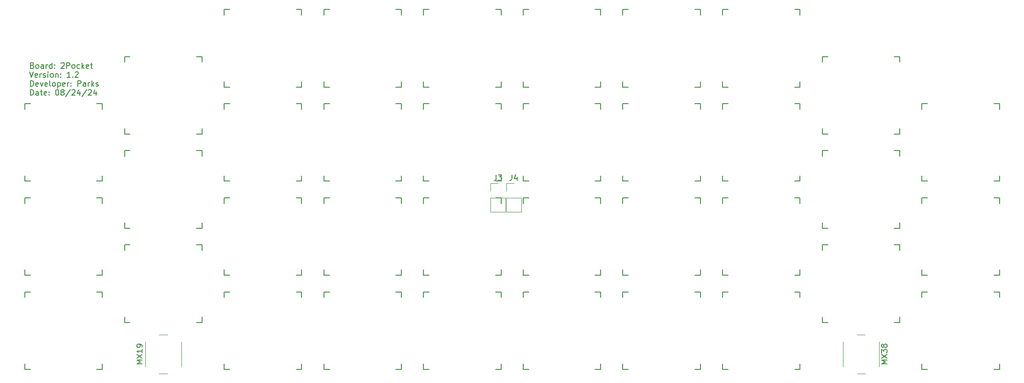
<source format=gbr>
%TF.GenerationSoftware,KiCad,Pcbnew,7.0.2-0*%
%TF.CreationDate,2024-11-09T14:05:59-05:00*%
%TF.ProjectId,PCB,5043422e-6b69-4636-9164-5f7063625858,rev?*%
%TF.SameCoordinates,Original*%
%TF.FileFunction,Legend,Top*%
%TF.FilePolarity,Positive*%
%FSLAX46Y46*%
G04 Gerber Fmt 4.6, Leading zero omitted, Abs format (unit mm)*
G04 Created by KiCad (PCBNEW 7.0.2-0) date 2024-11-09 14:05:59*
%MOMM*%
%LPD*%
G01*
G04 APERTURE LIST*
%ADD10C,0.150000*%
%ADD11C,0.120000*%
G04 APERTURE END LIST*
D10*
X30371428Y-37093809D02*
X30514285Y-37141428D01*
X30514285Y-37141428D02*
X30561904Y-37189047D01*
X30561904Y-37189047D02*
X30609523Y-37284285D01*
X30609523Y-37284285D02*
X30609523Y-37427142D01*
X30609523Y-37427142D02*
X30561904Y-37522380D01*
X30561904Y-37522380D02*
X30514285Y-37570000D01*
X30514285Y-37570000D02*
X30419047Y-37617619D01*
X30419047Y-37617619D02*
X30038095Y-37617619D01*
X30038095Y-37617619D02*
X30038095Y-36617619D01*
X30038095Y-36617619D02*
X30371428Y-36617619D01*
X30371428Y-36617619D02*
X30466666Y-36665238D01*
X30466666Y-36665238D02*
X30514285Y-36712857D01*
X30514285Y-36712857D02*
X30561904Y-36808095D01*
X30561904Y-36808095D02*
X30561904Y-36903333D01*
X30561904Y-36903333D02*
X30514285Y-36998571D01*
X30514285Y-36998571D02*
X30466666Y-37046190D01*
X30466666Y-37046190D02*
X30371428Y-37093809D01*
X30371428Y-37093809D02*
X30038095Y-37093809D01*
X31180952Y-37617619D02*
X31085714Y-37570000D01*
X31085714Y-37570000D02*
X31038095Y-37522380D01*
X31038095Y-37522380D02*
X30990476Y-37427142D01*
X30990476Y-37427142D02*
X30990476Y-37141428D01*
X30990476Y-37141428D02*
X31038095Y-37046190D01*
X31038095Y-37046190D02*
X31085714Y-36998571D01*
X31085714Y-36998571D02*
X31180952Y-36950952D01*
X31180952Y-36950952D02*
X31323809Y-36950952D01*
X31323809Y-36950952D02*
X31419047Y-36998571D01*
X31419047Y-36998571D02*
X31466666Y-37046190D01*
X31466666Y-37046190D02*
X31514285Y-37141428D01*
X31514285Y-37141428D02*
X31514285Y-37427142D01*
X31514285Y-37427142D02*
X31466666Y-37522380D01*
X31466666Y-37522380D02*
X31419047Y-37570000D01*
X31419047Y-37570000D02*
X31323809Y-37617619D01*
X31323809Y-37617619D02*
X31180952Y-37617619D01*
X32371428Y-37617619D02*
X32371428Y-37093809D01*
X32371428Y-37093809D02*
X32323809Y-36998571D01*
X32323809Y-36998571D02*
X32228571Y-36950952D01*
X32228571Y-36950952D02*
X32038095Y-36950952D01*
X32038095Y-36950952D02*
X31942857Y-36998571D01*
X32371428Y-37570000D02*
X32276190Y-37617619D01*
X32276190Y-37617619D02*
X32038095Y-37617619D01*
X32038095Y-37617619D02*
X31942857Y-37570000D01*
X31942857Y-37570000D02*
X31895238Y-37474761D01*
X31895238Y-37474761D02*
X31895238Y-37379523D01*
X31895238Y-37379523D02*
X31942857Y-37284285D01*
X31942857Y-37284285D02*
X32038095Y-37236666D01*
X32038095Y-37236666D02*
X32276190Y-37236666D01*
X32276190Y-37236666D02*
X32371428Y-37189047D01*
X32847619Y-37617619D02*
X32847619Y-36950952D01*
X32847619Y-37141428D02*
X32895238Y-37046190D01*
X32895238Y-37046190D02*
X32942857Y-36998571D01*
X32942857Y-36998571D02*
X33038095Y-36950952D01*
X33038095Y-36950952D02*
X33133333Y-36950952D01*
X33895238Y-37617619D02*
X33895238Y-36617619D01*
X33895238Y-37570000D02*
X33800000Y-37617619D01*
X33800000Y-37617619D02*
X33609524Y-37617619D01*
X33609524Y-37617619D02*
X33514286Y-37570000D01*
X33514286Y-37570000D02*
X33466667Y-37522380D01*
X33466667Y-37522380D02*
X33419048Y-37427142D01*
X33419048Y-37427142D02*
X33419048Y-37141428D01*
X33419048Y-37141428D02*
X33466667Y-37046190D01*
X33466667Y-37046190D02*
X33514286Y-36998571D01*
X33514286Y-36998571D02*
X33609524Y-36950952D01*
X33609524Y-36950952D02*
X33800000Y-36950952D01*
X33800000Y-36950952D02*
X33895238Y-36998571D01*
X34371429Y-37522380D02*
X34419048Y-37570000D01*
X34419048Y-37570000D02*
X34371429Y-37617619D01*
X34371429Y-37617619D02*
X34323810Y-37570000D01*
X34323810Y-37570000D02*
X34371429Y-37522380D01*
X34371429Y-37522380D02*
X34371429Y-37617619D01*
X34371429Y-36998571D02*
X34419048Y-37046190D01*
X34419048Y-37046190D02*
X34371429Y-37093809D01*
X34371429Y-37093809D02*
X34323810Y-37046190D01*
X34323810Y-37046190D02*
X34371429Y-36998571D01*
X34371429Y-36998571D02*
X34371429Y-37093809D01*
X35561905Y-36712857D02*
X35609524Y-36665238D01*
X35609524Y-36665238D02*
X35704762Y-36617619D01*
X35704762Y-36617619D02*
X35942857Y-36617619D01*
X35942857Y-36617619D02*
X36038095Y-36665238D01*
X36038095Y-36665238D02*
X36085714Y-36712857D01*
X36085714Y-36712857D02*
X36133333Y-36808095D01*
X36133333Y-36808095D02*
X36133333Y-36903333D01*
X36133333Y-36903333D02*
X36085714Y-37046190D01*
X36085714Y-37046190D02*
X35514286Y-37617619D01*
X35514286Y-37617619D02*
X36133333Y-37617619D01*
X36561905Y-37617619D02*
X36561905Y-36617619D01*
X36561905Y-36617619D02*
X36942857Y-36617619D01*
X36942857Y-36617619D02*
X37038095Y-36665238D01*
X37038095Y-36665238D02*
X37085714Y-36712857D01*
X37085714Y-36712857D02*
X37133333Y-36808095D01*
X37133333Y-36808095D02*
X37133333Y-36950952D01*
X37133333Y-36950952D02*
X37085714Y-37046190D01*
X37085714Y-37046190D02*
X37038095Y-37093809D01*
X37038095Y-37093809D02*
X36942857Y-37141428D01*
X36942857Y-37141428D02*
X36561905Y-37141428D01*
X37704762Y-37617619D02*
X37609524Y-37570000D01*
X37609524Y-37570000D02*
X37561905Y-37522380D01*
X37561905Y-37522380D02*
X37514286Y-37427142D01*
X37514286Y-37427142D02*
X37514286Y-37141428D01*
X37514286Y-37141428D02*
X37561905Y-37046190D01*
X37561905Y-37046190D02*
X37609524Y-36998571D01*
X37609524Y-36998571D02*
X37704762Y-36950952D01*
X37704762Y-36950952D02*
X37847619Y-36950952D01*
X37847619Y-36950952D02*
X37942857Y-36998571D01*
X37942857Y-36998571D02*
X37990476Y-37046190D01*
X37990476Y-37046190D02*
X38038095Y-37141428D01*
X38038095Y-37141428D02*
X38038095Y-37427142D01*
X38038095Y-37427142D02*
X37990476Y-37522380D01*
X37990476Y-37522380D02*
X37942857Y-37570000D01*
X37942857Y-37570000D02*
X37847619Y-37617619D01*
X37847619Y-37617619D02*
X37704762Y-37617619D01*
X38895238Y-37570000D02*
X38800000Y-37617619D01*
X38800000Y-37617619D02*
X38609524Y-37617619D01*
X38609524Y-37617619D02*
X38514286Y-37570000D01*
X38514286Y-37570000D02*
X38466667Y-37522380D01*
X38466667Y-37522380D02*
X38419048Y-37427142D01*
X38419048Y-37427142D02*
X38419048Y-37141428D01*
X38419048Y-37141428D02*
X38466667Y-37046190D01*
X38466667Y-37046190D02*
X38514286Y-36998571D01*
X38514286Y-36998571D02*
X38609524Y-36950952D01*
X38609524Y-36950952D02*
X38800000Y-36950952D01*
X38800000Y-36950952D02*
X38895238Y-36998571D01*
X39323810Y-37617619D02*
X39323810Y-36617619D01*
X39419048Y-37236666D02*
X39704762Y-37617619D01*
X39704762Y-36950952D02*
X39323810Y-37331904D01*
X40514286Y-37570000D02*
X40419048Y-37617619D01*
X40419048Y-37617619D02*
X40228572Y-37617619D01*
X40228572Y-37617619D02*
X40133334Y-37570000D01*
X40133334Y-37570000D02*
X40085715Y-37474761D01*
X40085715Y-37474761D02*
X40085715Y-37093809D01*
X40085715Y-37093809D02*
X40133334Y-36998571D01*
X40133334Y-36998571D02*
X40228572Y-36950952D01*
X40228572Y-36950952D02*
X40419048Y-36950952D01*
X40419048Y-36950952D02*
X40514286Y-36998571D01*
X40514286Y-36998571D02*
X40561905Y-37093809D01*
X40561905Y-37093809D02*
X40561905Y-37189047D01*
X40561905Y-37189047D02*
X40085715Y-37284285D01*
X40847620Y-36950952D02*
X41228572Y-36950952D01*
X40990477Y-36617619D02*
X40990477Y-37474761D01*
X40990477Y-37474761D02*
X41038096Y-37570000D01*
X41038096Y-37570000D02*
X41133334Y-37617619D01*
X41133334Y-37617619D02*
X41228572Y-37617619D01*
X29895238Y-38237619D02*
X30228571Y-39237619D01*
X30228571Y-39237619D02*
X30561904Y-38237619D01*
X31276190Y-39190000D02*
X31180952Y-39237619D01*
X31180952Y-39237619D02*
X30990476Y-39237619D01*
X30990476Y-39237619D02*
X30895238Y-39190000D01*
X30895238Y-39190000D02*
X30847619Y-39094761D01*
X30847619Y-39094761D02*
X30847619Y-38713809D01*
X30847619Y-38713809D02*
X30895238Y-38618571D01*
X30895238Y-38618571D02*
X30990476Y-38570952D01*
X30990476Y-38570952D02*
X31180952Y-38570952D01*
X31180952Y-38570952D02*
X31276190Y-38618571D01*
X31276190Y-38618571D02*
X31323809Y-38713809D01*
X31323809Y-38713809D02*
X31323809Y-38809047D01*
X31323809Y-38809047D02*
X30847619Y-38904285D01*
X31752381Y-39237619D02*
X31752381Y-38570952D01*
X31752381Y-38761428D02*
X31800000Y-38666190D01*
X31800000Y-38666190D02*
X31847619Y-38618571D01*
X31847619Y-38618571D02*
X31942857Y-38570952D01*
X31942857Y-38570952D02*
X32038095Y-38570952D01*
X32323810Y-39190000D02*
X32419048Y-39237619D01*
X32419048Y-39237619D02*
X32609524Y-39237619D01*
X32609524Y-39237619D02*
X32704762Y-39190000D01*
X32704762Y-39190000D02*
X32752381Y-39094761D01*
X32752381Y-39094761D02*
X32752381Y-39047142D01*
X32752381Y-39047142D02*
X32704762Y-38951904D01*
X32704762Y-38951904D02*
X32609524Y-38904285D01*
X32609524Y-38904285D02*
X32466667Y-38904285D01*
X32466667Y-38904285D02*
X32371429Y-38856666D01*
X32371429Y-38856666D02*
X32323810Y-38761428D01*
X32323810Y-38761428D02*
X32323810Y-38713809D01*
X32323810Y-38713809D02*
X32371429Y-38618571D01*
X32371429Y-38618571D02*
X32466667Y-38570952D01*
X32466667Y-38570952D02*
X32609524Y-38570952D01*
X32609524Y-38570952D02*
X32704762Y-38618571D01*
X33180953Y-39237619D02*
X33180953Y-38570952D01*
X33180953Y-38237619D02*
X33133334Y-38285238D01*
X33133334Y-38285238D02*
X33180953Y-38332857D01*
X33180953Y-38332857D02*
X33228572Y-38285238D01*
X33228572Y-38285238D02*
X33180953Y-38237619D01*
X33180953Y-38237619D02*
X33180953Y-38332857D01*
X33800000Y-39237619D02*
X33704762Y-39190000D01*
X33704762Y-39190000D02*
X33657143Y-39142380D01*
X33657143Y-39142380D02*
X33609524Y-39047142D01*
X33609524Y-39047142D02*
X33609524Y-38761428D01*
X33609524Y-38761428D02*
X33657143Y-38666190D01*
X33657143Y-38666190D02*
X33704762Y-38618571D01*
X33704762Y-38618571D02*
X33800000Y-38570952D01*
X33800000Y-38570952D02*
X33942857Y-38570952D01*
X33942857Y-38570952D02*
X34038095Y-38618571D01*
X34038095Y-38618571D02*
X34085714Y-38666190D01*
X34085714Y-38666190D02*
X34133333Y-38761428D01*
X34133333Y-38761428D02*
X34133333Y-39047142D01*
X34133333Y-39047142D02*
X34085714Y-39142380D01*
X34085714Y-39142380D02*
X34038095Y-39190000D01*
X34038095Y-39190000D02*
X33942857Y-39237619D01*
X33942857Y-39237619D02*
X33800000Y-39237619D01*
X34561905Y-38570952D02*
X34561905Y-39237619D01*
X34561905Y-38666190D02*
X34609524Y-38618571D01*
X34609524Y-38618571D02*
X34704762Y-38570952D01*
X34704762Y-38570952D02*
X34847619Y-38570952D01*
X34847619Y-38570952D02*
X34942857Y-38618571D01*
X34942857Y-38618571D02*
X34990476Y-38713809D01*
X34990476Y-38713809D02*
X34990476Y-39237619D01*
X35466667Y-39142380D02*
X35514286Y-39190000D01*
X35514286Y-39190000D02*
X35466667Y-39237619D01*
X35466667Y-39237619D02*
X35419048Y-39190000D01*
X35419048Y-39190000D02*
X35466667Y-39142380D01*
X35466667Y-39142380D02*
X35466667Y-39237619D01*
X35466667Y-38618571D02*
X35514286Y-38666190D01*
X35514286Y-38666190D02*
X35466667Y-38713809D01*
X35466667Y-38713809D02*
X35419048Y-38666190D01*
X35419048Y-38666190D02*
X35466667Y-38618571D01*
X35466667Y-38618571D02*
X35466667Y-38713809D01*
X37228571Y-39237619D02*
X36657143Y-39237619D01*
X36942857Y-39237619D02*
X36942857Y-38237619D01*
X36942857Y-38237619D02*
X36847619Y-38380476D01*
X36847619Y-38380476D02*
X36752381Y-38475714D01*
X36752381Y-38475714D02*
X36657143Y-38523333D01*
X37657143Y-39142380D02*
X37704762Y-39190000D01*
X37704762Y-39190000D02*
X37657143Y-39237619D01*
X37657143Y-39237619D02*
X37609524Y-39190000D01*
X37609524Y-39190000D02*
X37657143Y-39142380D01*
X37657143Y-39142380D02*
X37657143Y-39237619D01*
X38085714Y-38332857D02*
X38133333Y-38285238D01*
X38133333Y-38285238D02*
X38228571Y-38237619D01*
X38228571Y-38237619D02*
X38466666Y-38237619D01*
X38466666Y-38237619D02*
X38561904Y-38285238D01*
X38561904Y-38285238D02*
X38609523Y-38332857D01*
X38609523Y-38332857D02*
X38657142Y-38428095D01*
X38657142Y-38428095D02*
X38657142Y-38523333D01*
X38657142Y-38523333D02*
X38609523Y-38666190D01*
X38609523Y-38666190D02*
X38038095Y-39237619D01*
X38038095Y-39237619D02*
X38657142Y-39237619D01*
X30038095Y-40857619D02*
X30038095Y-39857619D01*
X30038095Y-39857619D02*
X30276190Y-39857619D01*
X30276190Y-39857619D02*
X30419047Y-39905238D01*
X30419047Y-39905238D02*
X30514285Y-40000476D01*
X30514285Y-40000476D02*
X30561904Y-40095714D01*
X30561904Y-40095714D02*
X30609523Y-40286190D01*
X30609523Y-40286190D02*
X30609523Y-40429047D01*
X30609523Y-40429047D02*
X30561904Y-40619523D01*
X30561904Y-40619523D02*
X30514285Y-40714761D01*
X30514285Y-40714761D02*
X30419047Y-40810000D01*
X30419047Y-40810000D02*
X30276190Y-40857619D01*
X30276190Y-40857619D02*
X30038095Y-40857619D01*
X31419047Y-40810000D02*
X31323809Y-40857619D01*
X31323809Y-40857619D02*
X31133333Y-40857619D01*
X31133333Y-40857619D02*
X31038095Y-40810000D01*
X31038095Y-40810000D02*
X30990476Y-40714761D01*
X30990476Y-40714761D02*
X30990476Y-40333809D01*
X30990476Y-40333809D02*
X31038095Y-40238571D01*
X31038095Y-40238571D02*
X31133333Y-40190952D01*
X31133333Y-40190952D02*
X31323809Y-40190952D01*
X31323809Y-40190952D02*
X31419047Y-40238571D01*
X31419047Y-40238571D02*
X31466666Y-40333809D01*
X31466666Y-40333809D02*
X31466666Y-40429047D01*
X31466666Y-40429047D02*
X30990476Y-40524285D01*
X31800000Y-40190952D02*
X32038095Y-40857619D01*
X32038095Y-40857619D02*
X32276190Y-40190952D01*
X33038095Y-40810000D02*
X32942857Y-40857619D01*
X32942857Y-40857619D02*
X32752381Y-40857619D01*
X32752381Y-40857619D02*
X32657143Y-40810000D01*
X32657143Y-40810000D02*
X32609524Y-40714761D01*
X32609524Y-40714761D02*
X32609524Y-40333809D01*
X32609524Y-40333809D02*
X32657143Y-40238571D01*
X32657143Y-40238571D02*
X32752381Y-40190952D01*
X32752381Y-40190952D02*
X32942857Y-40190952D01*
X32942857Y-40190952D02*
X33038095Y-40238571D01*
X33038095Y-40238571D02*
X33085714Y-40333809D01*
X33085714Y-40333809D02*
X33085714Y-40429047D01*
X33085714Y-40429047D02*
X32609524Y-40524285D01*
X33657143Y-40857619D02*
X33561905Y-40810000D01*
X33561905Y-40810000D02*
X33514286Y-40714761D01*
X33514286Y-40714761D02*
X33514286Y-39857619D01*
X34180953Y-40857619D02*
X34085715Y-40810000D01*
X34085715Y-40810000D02*
X34038096Y-40762380D01*
X34038096Y-40762380D02*
X33990477Y-40667142D01*
X33990477Y-40667142D02*
X33990477Y-40381428D01*
X33990477Y-40381428D02*
X34038096Y-40286190D01*
X34038096Y-40286190D02*
X34085715Y-40238571D01*
X34085715Y-40238571D02*
X34180953Y-40190952D01*
X34180953Y-40190952D02*
X34323810Y-40190952D01*
X34323810Y-40190952D02*
X34419048Y-40238571D01*
X34419048Y-40238571D02*
X34466667Y-40286190D01*
X34466667Y-40286190D02*
X34514286Y-40381428D01*
X34514286Y-40381428D02*
X34514286Y-40667142D01*
X34514286Y-40667142D02*
X34466667Y-40762380D01*
X34466667Y-40762380D02*
X34419048Y-40810000D01*
X34419048Y-40810000D02*
X34323810Y-40857619D01*
X34323810Y-40857619D02*
X34180953Y-40857619D01*
X34942858Y-40190952D02*
X34942858Y-41190952D01*
X34942858Y-40238571D02*
X35038096Y-40190952D01*
X35038096Y-40190952D02*
X35228572Y-40190952D01*
X35228572Y-40190952D02*
X35323810Y-40238571D01*
X35323810Y-40238571D02*
X35371429Y-40286190D01*
X35371429Y-40286190D02*
X35419048Y-40381428D01*
X35419048Y-40381428D02*
X35419048Y-40667142D01*
X35419048Y-40667142D02*
X35371429Y-40762380D01*
X35371429Y-40762380D02*
X35323810Y-40810000D01*
X35323810Y-40810000D02*
X35228572Y-40857619D01*
X35228572Y-40857619D02*
X35038096Y-40857619D01*
X35038096Y-40857619D02*
X34942858Y-40810000D01*
X36228572Y-40810000D02*
X36133334Y-40857619D01*
X36133334Y-40857619D02*
X35942858Y-40857619D01*
X35942858Y-40857619D02*
X35847620Y-40810000D01*
X35847620Y-40810000D02*
X35800001Y-40714761D01*
X35800001Y-40714761D02*
X35800001Y-40333809D01*
X35800001Y-40333809D02*
X35847620Y-40238571D01*
X35847620Y-40238571D02*
X35942858Y-40190952D01*
X35942858Y-40190952D02*
X36133334Y-40190952D01*
X36133334Y-40190952D02*
X36228572Y-40238571D01*
X36228572Y-40238571D02*
X36276191Y-40333809D01*
X36276191Y-40333809D02*
X36276191Y-40429047D01*
X36276191Y-40429047D02*
X35800001Y-40524285D01*
X36704763Y-40857619D02*
X36704763Y-40190952D01*
X36704763Y-40381428D02*
X36752382Y-40286190D01*
X36752382Y-40286190D02*
X36800001Y-40238571D01*
X36800001Y-40238571D02*
X36895239Y-40190952D01*
X36895239Y-40190952D02*
X36990477Y-40190952D01*
X37323811Y-40762380D02*
X37371430Y-40810000D01*
X37371430Y-40810000D02*
X37323811Y-40857619D01*
X37323811Y-40857619D02*
X37276192Y-40810000D01*
X37276192Y-40810000D02*
X37323811Y-40762380D01*
X37323811Y-40762380D02*
X37323811Y-40857619D01*
X37323811Y-40238571D02*
X37371430Y-40286190D01*
X37371430Y-40286190D02*
X37323811Y-40333809D01*
X37323811Y-40333809D02*
X37276192Y-40286190D01*
X37276192Y-40286190D02*
X37323811Y-40238571D01*
X37323811Y-40238571D02*
X37323811Y-40333809D01*
X38561906Y-40857619D02*
X38561906Y-39857619D01*
X38561906Y-39857619D02*
X38942858Y-39857619D01*
X38942858Y-39857619D02*
X39038096Y-39905238D01*
X39038096Y-39905238D02*
X39085715Y-39952857D01*
X39085715Y-39952857D02*
X39133334Y-40048095D01*
X39133334Y-40048095D02*
X39133334Y-40190952D01*
X39133334Y-40190952D02*
X39085715Y-40286190D01*
X39085715Y-40286190D02*
X39038096Y-40333809D01*
X39038096Y-40333809D02*
X38942858Y-40381428D01*
X38942858Y-40381428D02*
X38561906Y-40381428D01*
X39990477Y-40857619D02*
X39990477Y-40333809D01*
X39990477Y-40333809D02*
X39942858Y-40238571D01*
X39942858Y-40238571D02*
X39847620Y-40190952D01*
X39847620Y-40190952D02*
X39657144Y-40190952D01*
X39657144Y-40190952D02*
X39561906Y-40238571D01*
X39990477Y-40810000D02*
X39895239Y-40857619D01*
X39895239Y-40857619D02*
X39657144Y-40857619D01*
X39657144Y-40857619D02*
X39561906Y-40810000D01*
X39561906Y-40810000D02*
X39514287Y-40714761D01*
X39514287Y-40714761D02*
X39514287Y-40619523D01*
X39514287Y-40619523D02*
X39561906Y-40524285D01*
X39561906Y-40524285D02*
X39657144Y-40476666D01*
X39657144Y-40476666D02*
X39895239Y-40476666D01*
X39895239Y-40476666D02*
X39990477Y-40429047D01*
X40466668Y-40857619D02*
X40466668Y-40190952D01*
X40466668Y-40381428D02*
X40514287Y-40286190D01*
X40514287Y-40286190D02*
X40561906Y-40238571D01*
X40561906Y-40238571D02*
X40657144Y-40190952D01*
X40657144Y-40190952D02*
X40752382Y-40190952D01*
X41085716Y-40857619D02*
X41085716Y-39857619D01*
X41180954Y-40476666D02*
X41466668Y-40857619D01*
X41466668Y-40190952D02*
X41085716Y-40571904D01*
X41847621Y-40810000D02*
X41942859Y-40857619D01*
X41942859Y-40857619D02*
X42133335Y-40857619D01*
X42133335Y-40857619D02*
X42228573Y-40810000D01*
X42228573Y-40810000D02*
X42276192Y-40714761D01*
X42276192Y-40714761D02*
X42276192Y-40667142D01*
X42276192Y-40667142D02*
X42228573Y-40571904D01*
X42228573Y-40571904D02*
X42133335Y-40524285D01*
X42133335Y-40524285D02*
X41990478Y-40524285D01*
X41990478Y-40524285D02*
X41895240Y-40476666D01*
X41895240Y-40476666D02*
X41847621Y-40381428D01*
X41847621Y-40381428D02*
X41847621Y-40333809D01*
X41847621Y-40333809D02*
X41895240Y-40238571D01*
X41895240Y-40238571D02*
X41990478Y-40190952D01*
X41990478Y-40190952D02*
X42133335Y-40190952D01*
X42133335Y-40190952D02*
X42228573Y-40238571D01*
X30038095Y-42477619D02*
X30038095Y-41477619D01*
X30038095Y-41477619D02*
X30276190Y-41477619D01*
X30276190Y-41477619D02*
X30419047Y-41525238D01*
X30419047Y-41525238D02*
X30514285Y-41620476D01*
X30514285Y-41620476D02*
X30561904Y-41715714D01*
X30561904Y-41715714D02*
X30609523Y-41906190D01*
X30609523Y-41906190D02*
X30609523Y-42049047D01*
X30609523Y-42049047D02*
X30561904Y-42239523D01*
X30561904Y-42239523D02*
X30514285Y-42334761D01*
X30514285Y-42334761D02*
X30419047Y-42430000D01*
X30419047Y-42430000D02*
X30276190Y-42477619D01*
X30276190Y-42477619D02*
X30038095Y-42477619D01*
X31466666Y-42477619D02*
X31466666Y-41953809D01*
X31466666Y-41953809D02*
X31419047Y-41858571D01*
X31419047Y-41858571D02*
X31323809Y-41810952D01*
X31323809Y-41810952D02*
X31133333Y-41810952D01*
X31133333Y-41810952D02*
X31038095Y-41858571D01*
X31466666Y-42430000D02*
X31371428Y-42477619D01*
X31371428Y-42477619D02*
X31133333Y-42477619D01*
X31133333Y-42477619D02*
X31038095Y-42430000D01*
X31038095Y-42430000D02*
X30990476Y-42334761D01*
X30990476Y-42334761D02*
X30990476Y-42239523D01*
X30990476Y-42239523D02*
X31038095Y-42144285D01*
X31038095Y-42144285D02*
X31133333Y-42096666D01*
X31133333Y-42096666D02*
X31371428Y-42096666D01*
X31371428Y-42096666D02*
X31466666Y-42049047D01*
X31800000Y-41810952D02*
X32180952Y-41810952D01*
X31942857Y-41477619D02*
X31942857Y-42334761D01*
X31942857Y-42334761D02*
X31990476Y-42430000D01*
X31990476Y-42430000D02*
X32085714Y-42477619D01*
X32085714Y-42477619D02*
X32180952Y-42477619D01*
X32895238Y-42430000D02*
X32800000Y-42477619D01*
X32800000Y-42477619D02*
X32609524Y-42477619D01*
X32609524Y-42477619D02*
X32514286Y-42430000D01*
X32514286Y-42430000D02*
X32466667Y-42334761D01*
X32466667Y-42334761D02*
X32466667Y-41953809D01*
X32466667Y-41953809D02*
X32514286Y-41858571D01*
X32514286Y-41858571D02*
X32609524Y-41810952D01*
X32609524Y-41810952D02*
X32800000Y-41810952D01*
X32800000Y-41810952D02*
X32895238Y-41858571D01*
X32895238Y-41858571D02*
X32942857Y-41953809D01*
X32942857Y-41953809D02*
X32942857Y-42049047D01*
X32942857Y-42049047D02*
X32466667Y-42144285D01*
X33371429Y-42382380D02*
X33419048Y-42430000D01*
X33419048Y-42430000D02*
X33371429Y-42477619D01*
X33371429Y-42477619D02*
X33323810Y-42430000D01*
X33323810Y-42430000D02*
X33371429Y-42382380D01*
X33371429Y-42382380D02*
X33371429Y-42477619D01*
X33371429Y-41858571D02*
X33419048Y-41906190D01*
X33419048Y-41906190D02*
X33371429Y-41953809D01*
X33371429Y-41953809D02*
X33323810Y-41906190D01*
X33323810Y-41906190D02*
X33371429Y-41858571D01*
X33371429Y-41858571D02*
X33371429Y-41953809D01*
X34800000Y-41477619D02*
X34895238Y-41477619D01*
X34895238Y-41477619D02*
X34990476Y-41525238D01*
X34990476Y-41525238D02*
X35038095Y-41572857D01*
X35038095Y-41572857D02*
X35085714Y-41668095D01*
X35085714Y-41668095D02*
X35133333Y-41858571D01*
X35133333Y-41858571D02*
X35133333Y-42096666D01*
X35133333Y-42096666D02*
X35085714Y-42287142D01*
X35085714Y-42287142D02*
X35038095Y-42382380D01*
X35038095Y-42382380D02*
X34990476Y-42430000D01*
X34990476Y-42430000D02*
X34895238Y-42477619D01*
X34895238Y-42477619D02*
X34800000Y-42477619D01*
X34800000Y-42477619D02*
X34704762Y-42430000D01*
X34704762Y-42430000D02*
X34657143Y-42382380D01*
X34657143Y-42382380D02*
X34609524Y-42287142D01*
X34609524Y-42287142D02*
X34561905Y-42096666D01*
X34561905Y-42096666D02*
X34561905Y-41858571D01*
X34561905Y-41858571D02*
X34609524Y-41668095D01*
X34609524Y-41668095D02*
X34657143Y-41572857D01*
X34657143Y-41572857D02*
X34704762Y-41525238D01*
X34704762Y-41525238D02*
X34800000Y-41477619D01*
X35704762Y-41906190D02*
X35609524Y-41858571D01*
X35609524Y-41858571D02*
X35561905Y-41810952D01*
X35561905Y-41810952D02*
X35514286Y-41715714D01*
X35514286Y-41715714D02*
X35514286Y-41668095D01*
X35514286Y-41668095D02*
X35561905Y-41572857D01*
X35561905Y-41572857D02*
X35609524Y-41525238D01*
X35609524Y-41525238D02*
X35704762Y-41477619D01*
X35704762Y-41477619D02*
X35895238Y-41477619D01*
X35895238Y-41477619D02*
X35990476Y-41525238D01*
X35990476Y-41525238D02*
X36038095Y-41572857D01*
X36038095Y-41572857D02*
X36085714Y-41668095D01*
X36085714Y-41668095D02*
X36085714Y-41715714D01*
X36085714Y-41715714D02*
X36038095Y-41810952D01*
X36038095Y-41810952D02*
X35990476Y-41858571D01*
X35990476Y-41858571D02*
X35895238Y-41906190D01*
X35895238Y-41906190D02*
X35704762Y-41906190D01*
X35704762Y-41906190D02*
X35609524Y-41953809D01*
X35609524Y-41953809D02*
X35561905Y-42001428D01*
X35561905Y-42001428D02*
X35514286Y-42096666D01*
X35514286Y-42096666D02*
X35514286Y-42287142D01*
X35514286Y-42287142D02*
X35561905Y-42382380D01*
X35561905Y-42382380D02*
X35609524Y-42430000D01*
X35609524Y-42430000D02*
X35704762Y-42477619D01*
X35704762Y-42477619D02*
X35895238Y-42477619D01*
X35895238Y-42477619D02*
X35990476Y-42430000D01*
X35990476Y-42430000D02*
X36038095Y-42382380D01*
X36038095Y-42382380D02*
X36085714Y-42287142D01*
X36085714Y-42287142D02*
X36085714Y-42096666D01*
X36085714Y-42096666D02*
X36038095Y-42001428D01*
X36038095Y-42001428D02*
X35990476Y-41953809D01*
X35990476Y-41953809D02*
X35895238Y-41906190D01*
X37228571Y-41430000D02*
X36371429Y-42715714D01*
X37514286Y-41572857D02*
X37561905Y-41525238D01*
X37561905Y-41525238D02*
X37657143Y-41477619D01*
X37657143Y-41477619D02*
X37895238Y-41477619D01*
X37895238Y-41477619D02*
X37990476Y-41525238D01*
X37990476Y-41525238D02*
X38038095Y-41572857D01*
X38038095Y-41572857D02*
X38085714Y-41668095D01*
X38085714Y-41668095D02*
X38085714Y-41763333D01*
X38085714Y-41763333D02*
X38038095Y-41906190D01*
X38038095Y-41906190D02*
X37466667Y-42477619D01*
X37466667Y-42477619D02*
X38085714Y-42477619D01*
X38942857Y-41810952D02*
X38942857Y-42477619D01*
X38704762Y-41430000D02*
X38466667Y-42144285D01*
X38466667Y-42144285D02*
X39085714Y-42144285D01*
X40180952Y-41430000D02*
X39323810Y-42715714D01*
X40466667Y-41572857D02*
X40514286Y-41525238D01*
X40514286Y-41525238D02*
X40609524Y-41477619D01*
X40609524Y-41477619D02*
X40847619Y-41477619D01*
X40847619Y-41477619D02*
X40942857Y-41525238D01*
X40942857Y-41525238D02*
X40990476Y-41572857D01*
X40990476Y-41572857D02*
X41038095Y-41668095D01*
X41038095Y-41668095D02*
X41038095Y-41763333D01*
X41038095Y-41763333D02*
X40990476Y-41906190D01*
X40990476Y-41906190D02*
X40419048Y-42477619D01*
X40419048Y-42477619D02*
X41038095Y-42477619D01*
X41895238Y-41810952D02*
X41895238Y-42477619D01*
X41657143Y-41430000D02*
X41419048Y-42144285D01*
X41419048Y-42144285D02*
X42038095Y-42144285D01*
%TO.C,MX19*%
X50212619Y-91011904D02*
X49212619Y-91011904D01*
X49212619Y-91011904D02*
X49926904Y-90678571D01*
X49926904Y-90678571D02*
X49212619Y-90345238D01*
X49212619Y-90345238D02*
X50212619Y-90345238D01*
X49212619Y-89964285D02*
X50212619Y-89297619D01*
X49212619Y-89297619D02*
X50212619Y-89964285D01*
X50212619Y-88392857D02*
X50212619Y-88964285D01*
X50212619Y-88678571D02*
X49212619Y-88678571D01*
X49212619Y-88678571D02*
X49355476Y-88773809D01*
X49355476Y-88773809D02*
X49450714Y-88869047D01*
X49450714Y-88869047D02*
X49498333Y-88964285D01*
X50212619Y-87916666D02*
X50212619Y-87726190D01*
X50212619Y-87726190D02*
X50165000Y-87630952D01*
X50165000Y-87630952D02*
X50117380Y-87583333D01*
X50117380Y-87583333D02*
X49974523Y-87488095D01*
X49974523Y-87488095D02*
X49784047Y-87440476D01*
X49784047Y-87440476D02*
X49403095Y-87440476D01*
X49403095Y-87440476D02*
X49307857Y-87488095D01*
X49307857Y-87488095D02*
X49260238Y-87535714D01*
X49260238Y-87535714D02*
X49212619Y-87630952D01*
X49212619Y-87630952D02*
X49212619Y-87821428D01*
X49212619Y-87821428D02*
X49260238Y-87916666D01*
X49260238Y-87916666D02*
X49307857Y-87964285D01*
X49307857Y-87964285D02*
X49403095Y-88011904D01*
X49403095Y-88011904D02*
X49641190Y-88011904D01*
X49641190Y-88011904D02*
X49736428Y-87964285D01*
X49736428Y-87964285D02*
X49784047Y-87916666D01*
X49784047Y-87916666D02*
X49831666Y-87821428D01*
X49831666Y-87821428D02*
X49831666Y-87630952D01*
X49831666Y-87630952D02*
X49784047Y-87535714D01*
X49784047Y-87535714D02*
X49736428Y-87488095D01*
X49736428Y-87488095D02*
X49641190Y-87440476D01*
%TO.C,MX38*%
X184712619Y-91011904D02*
X183712619Y-91011904D01*
X183712619Y-91011904D02*
X184426904Y-90678571D01*
X184426904Y-90678571D02*
X183712619Y-90345238D01*
X183712619Y-90345238D02*
X184712619Y-90345238D01*
X183712619Y-89964285D02*
X184712619Y-89297619D01*
X183712619Y-89297619D02*
X184712619Y-89964285D01*
X183712619Y-89011904D02*
X183712619Y-88392857D01*
X183712619Y-88392857D02*
X184093571Y-88726190D01*
X184093571Y-88726190D02*
X184093571Y-88583333D01*
X184093571Y-88583333D02*
X184141190Y-88488095D01*
X184141190Y-88488095D02*
X184188809Y-88440476D01*
X184188809Y-88440476D02*
X184284047Y-88392857D01*
X184284047Y-88392857D02*
X184522142Y-88392857D01*
X184522142Y-88392857D02*
X184617380Y-88440476D01*
X184617380Y-88440476D02*
X184665000Y-88488095D01*
X184665000Y-88488095D02*
X184712619Y-88583333D01*
X184712619Y-88583333D02*
X184712619Y-88869047D01*
X184712619Y-88869047D02*
X184665000Y-88964285D01*
X184665000Y-88964285D02*
X184617380Y-89011904D01*
X184141190Y-87821428D02*
X184093571Y-87916666D01*
X184093571Y-87916666D02*
X184045952Y-87964285D01*
X184045952Y-87964285D02*
X183950714Y-88011904D01*
X183950714Y-88011904D02*
X183903095Y-88011904D01*
X183903095Y-88011904D02*
X183807857Y-87964285D01*
X183807857Y-87964285D02*
X183760238Y-87916666D01*
X183760238Y-87916666D02*
X183712619Y-87821428D01*
X183712619Y-87821428D02*
X183712619Y-87630952D01*
X183712619Y-87630952D02*
X183760238Y-87535714D01*
X183760238Y-87535714D02*
X183807857Y-87488095D01*
X183807857Y-87488095D02*
X183903095Y-87440476D01*
X183903095Y-87440476D02*
X183950714Y-87440476D01*
X183950714Y-87440476D02*
X184045952Y-87488095D01*
X184045952Y-87488095D02*
X184093571Y-87535714D01*
X184093571Y-87535714D02*
X184141190Y-87630952D01*
X184141190Y-87630952D02*
X184141190Y-87821428D01*
X184141190Y-87821428D02*
X184188809Y-87916666D01*
X184188809Y-87916666D02*
X184236428Y-87964285D01*
X184236428Y-87964285D02*
X184331666Y-88011904D01*
X184331666Y-88011904D02*
X184522142Y-88011904D01*
X184522142Y-88011904D02*
X184617380Y-87964285D01*
X184617380Y-87964285D02*
X184665000Y-87916666D01*
X184665000Y-87916666D02*
X184712619Y-87821428D01*
X184712619Y-87821428D02*
X184712619Y-87630952D01*
X184712619Y-87630952D02*
X184665000Y-87535714D01*
X184665000Y-87535714D02*
X184617380Y-87488095D01*
X184617380Y-87488095D02*
X184522142Y-87440476D01*
X184522142Y-87440476D02*
X184331666Y-87440476D01*
X184331666Y-87440476D02*
X184236428Y-87488095D01*
X184236428Y-87488095D02*
X184188809Y-87535714D01*
X184188809Y-87535714D02*
X184141190Y-87630952D01*
%TO.C,J3*%
X114116666Y-56857619D02*
X114116666Y-57571904D01*
X114116666Y-57571904D02*
X114069047Y-57714761D01*
X114069047Y-57714761D02*
X113973809Y-57810000D01*
X113973809Y-57810000D02*
X113830952Y-57857619D01*
X113830952Y-57857619D02*
X113735714Y-57857619D01*
X114497619Y-56857619D02*
X115116666Y-56857619D01*
X115116666Y-56857619D02*
X114783333Y-57238571D01*
X114783333Y-57238571D02*
X114926190Y-57238571D01*
X114926190Y-57238571D02*
X115021428Y-57286190D01*
X115021428Y-57286190D02*
X115069047Y-57333809D01*
X115069047Y-57333809D02*
X115116666Y-57429047D01*
X115116666Y-57429047D02*
X115116666Y-57667142D01*
X115116666Y-57667142D02*
X115069047Y-57762380D01*
X115069047Y-57762380D02*
X115021428Y-57810000D01*
X115021428Y-57810000D02*
X114926190Y-57857619D01*
X114926190Y-57857619D02*
X114640476Y-57857619D01*
X114640476Y-57857619D02*
X114545238Y-57810000D01*
X114545238Y-57810000D02*
X114497619Y-57762380D01*
%TO.C,J4*%
X116966666Y-56857619D02*
X116966666Y-57571904D01*
X116966666Y-57571904D02*
X116919047Y-57714761D01*
X116919047Y-57714761D02*
X116823809Y-57810000D01*
X116823809Y-57810000D02*
X116680952Y-57857619D01*
X116680952Y-57857619D02*
X116585714Y-57857619D01*
X117871428Y-57190952D02*
X117871428Y-57857619D01*
X117633333Y-56810000D02*
X117395238Y-57524285D01*
X117395238Y-57524285D02*
X118014285Y-57524285D01*
%TO.C,MX12*%
X47000000Y-70494000D02*
X47000000Y-69494000D01*
X47000000Y-83494000D02*
X47000000Y-82494000D01*
X47000000Y-83494000D02*
X48000000Y-83494000D01*
X48000000Y-69494000D02*
X47000000Y-69494000D01*
X60000000Y-83494000D02*
X61000000Y-83494000D01*
X61000000Y-69494000D02*
X60000000Y-69494000D01*
X61000000Y-69494000D02*
X61000000Y-70494000D01*
X61000000Y-82494000D02*
X61000000Y-83494000D01*
X61000000Y-83494000D02*
X60000000Y-83494000D01*
%TO.C,MX6*%
X29000000Y-62000000D02*
X29000000Y-61000000D01*
X29000000Y-75000000D02*
X29000000Y-74000000D01*
X29000000Y-75000000D02*
X30000000Y-75000000D01*
X30000000Y-61000000D02*
X29000000Y-61000000D01*
X42000000Y-75000000D02*
X43000000Y-75000000D01*
X43000000Y-61000000D02*
X42000000Y-61000000D01*
X43000000Y-61000000D02*
X43000000Y-62000000D01*
X43000000Y-74000000D02*
X43000000Y-75000000D01*
X43000000Y-75000000D02*
X42000000Y-75000000D01*
%TO.C,MX15*%
X101000000Y-62000000D02*
X101000000Y-61000000D01*
X101000000Y-75000000D02*
X101000000Y-74000000D01*
X101000000Y-75000000D02*
X102000000Y-75000000D01*
X102000000Y-61000000D02*
X101000000Y-61000000D01*
X114000000Y-75000000D02*
X115000000Y-75000000D01*
X115000000Y-61000000D02*
X114000000Y-61000000D01*
X115000000Y-61000000D02*
X115000000Y-62000000D01*
X115000000Y-74000000D02*
X115000000Y-75000000D01*
X115000000Y-75000000D02*
X114000000Y-75000000D01*
%TO.C,MX31*%
X173000000Y-70500000D02*
X173000000Y-69500000D01*
X173000000Y-83500000D02*
X173000000Y-82500000D01*
X173000000Y-83500000D02*
X174000000Y-83500000D01*
X174000000Y-69500000D02*
X173000000Y-69500000D01*
X186000000Y-83500000D02*
X187000000Y-83500000D01*
X187000000Y-69500000D02*
X186000000Y-69500000D01*
X187000000Y-69500000D02*
X187000000Y-70500000D01*
X187000000Y-82500000D02*
X187000000Y-83500000D01*
X187000000Y-83500000D02*
X186000000Y-83500000D01*
%TO.C,MX27*%
X155000000Y-45000000D02*
X155000000Y-44000000D01*
X155000000Y-58000000D02*
X155000000Y-57000000D01*
X155000000Y-58000000D02*
X156000000Y-58000000D01*
X156000000Y-44000000D02*
X155000000Y-44000000D01*
X168000000Y-58000000D02*
X169000000Y-58000000D01*
X169000000Y-44000000D02*
X168000000Y-44000000D01*
X169000000Y-44000000D02*
X169000000Y-45000000D01*
X169000000Y-57000000D02*
X169000000Y-58000000D01*
X169000000Y-58000000D02*
X168000000Y-58000000D01*
%TO.C,MX5*%
X101000000Y-28000000D02*
X101000000Y-27000000D01*
X101000000Y-41000000D02*
X101000000Y-40000000D01*
X101000000Y-41000000D02*
X102000000Y-41000000D01*
X102000000Y-27000000D02*
X101000000Y-27000000D01*
X114000000Y-41000000D02*
X115000000Y-41000000D01*
X115000000Y-27000000D02*
X114000000Y-27000000D01*
X115000000Y-27000000D02*
X115000000Y-28000000D01*
X115000000Y-40000000D02*
X115000000Y-41000000D01*
X115000000Y-41000000D02*
X114000000Y-41000000D01*
%TO.C,MX11*%
X29000000Y-79000000D02*
X29000000Y-78000000D01*
X29000000Y-92000000D02*
X29000000Y-91000000D01*
X29000000Y-92000000D02*
X30000000Y-92000000D01*
X30000000Y-78000000D02*
X29000000Y-78000000D01*
X42000000Y-92000000D02*
X43000000Y-92000000D01*
X43000000Y-78000000D02*
X42000000Y-78000000D01*
X43000000Y-78000000D02*
X43000000Y-79000000D01*
X43000000Y-91000000D02*
X43000000Y-92000000D01*
X43000000Y-92000000D02*
X42000000Y-92000000D01*
D11*
%TO.C,MX19*%
X53250000Y-92750000D02*
X54750000Y-92750000D01*
X57250000Y-91500000D02*
X57250000Y-87000000D01*
X50750000Y-87000000D02*
X50750000Y-91500000D01*
X54750000Y-85750000D02*
X53250000Y-85750000D01*
D10*
%TO.C,MX29*%
X119000000Y-45000000D02*
X119000000Y-44000000D01*
X119000000Y-58000000D02*
X119000000Y-57000000D01*
X119000000Y-58000000D02*
X120000000Y-58000000D01*
X120000000Y-44000000D02*
X119000000Y-44000000D01*
X132000000Y-58000000D02*
X133000000Y-58000000D01*
X133000000Y-44000000D02*
X132000000Y-44000000D01*
X133000000Y-44000000D02*
X133000000Y-45000000D01*
X133000000Y-57000000D02*
X133000000Y-58000000D01*
X133000000Y-58000000D02*
X132000000Y-58000000D01*
%TO.C,MX16*%
X65000000Y-79000000D02*
X65000000Y-78000000D01*
X65000000Y-92000000D02*
X65000000Y-91000000D01*
X65000000Y-92000000D02*
X66000000Y-92000000D01*
X66000000Y-78000000D02*
X65000000Y-78000000D01*
X78000000Y-92000000D02*
X79000000Y-92000000D01*
X79000000Y-78000000D02*
X78000000Y-78000000D01*
X79000000Y-78000000D02*
X79000000Y-79000000D01*
X79000000Y-91000000D02*
X79000000Y-92000000D01*
X79000000Y-92000000D02*
X78000000Y-92000000D01*
D11*
%TO.C,MX38*%
X180750000Y-85750000D02*
X179250000Y-85750000D01*
X176750000Y-87000000D02*
X176750000Y-91500000D01*
X183250000Y-91500000D02*
X183250000Y-87000000D01*
X179250000Y-92750000D02*
X180750000Y-92750000D01*
D10*
%TO.C,MX2*%
X47000000Y-36500000D02*
X47000000Y-35500000D01*
X47000000Y-49500000D02*
X47000000Y-48500000D01*
X47000000Y-49500000D02*
X48000000Y-49500000D01*
X48000000Y-35500000D02*
X47000000Y-35500000D01*
X60000000Y-49500000D02*
X61000000Y-49500000D01*
X61000000Y-35500000D02*
X60000000Y-35500000D01*
X61000000Y-35500000D02*
X61000000Y-36500000D01*
X61000000Y-48500000D02*
X61000000Y-49500000D01*
X61000000Y-49500000D02*
X60000000Y-49500000D01*
%TO.C,MX10*%
X101000000Y-45000000D02*
X101000000Y-44000000D01*
X101000000Y-58000000D02*
X101000000Y-57000000D01*
X101000000Y-58000000D02*
X102000000Y-58000000D01*
X102000000Y-44000000D02*
X101000000Y-44000000D01*
X114000000Y-58000000D02*
X115000000Y-58000000D01*
X115000000Y-44000000D02*
X114000000Y-44000000D01*
X115000000Y-44000000D02*
X115000000Y-45000000D01*
X115000000Y-57000000D02*
X115000000Y-58000000D01*
X115000000Y-58000000D02*
X114000000Y-58000000D01*
D11*
%TO.C,J3*%
X113120000Y-58395000D02*
X114450000Y-58395000D01*
X113120000Y-59725000D02*
X113120000Y-58395000D01*
X113120000Y-60995000D02*
X113120000Y-63595000D01*
X113120000Y-60995000D02*
X115780000Y-60995000D01*
X113120000Y-63595000D02*
X115780000Y-63595000D01*
X115780000Y-60995000D02*
X115780000Y-63595000D01*
D10*
%TO.C,MX30*%
X191000000Y-79000000D02*
X191000000Y-78000000D01*
X191000000Y-92000000D02*
X191000000Y-91000000D01*
X191000000Y-92000000D02*
X192000000Y-92000000D01*
X192000000Y-78000000D02*
X191000000Y-78000000D01*
X204000000Y-92000000D02*
X205000000Y-92000000D01*
X205000000Y-78000000D02*
X204000000Y-78000000D01*
X205000000Y-78000000D02*
X205000000Y-79000000D01*
X205000000Y-91000000D02*
X205000000Y-92000000D01*
X205000000Y-92000000D02*
X204000000Y-92000000D01*
%TO.C,MX34*%
X119000000Y-62000000D02*
X119000000Y-61000000D01*
X119000000Y-75000000D02*
X119000000Y-74000000D01*
X119000000Y-75000000D02*
X120000000Y-75000000D01*
X120000000Y-61000000D02*
X119000000Y-61000000D01*
X132000000Y-75000000D02*
X133000000Y-75000000D01*
X133000000Y-61000000D02*
X132000000Y-61000000D01*
X133000000Y-61000000D02*
X133000000Y-62000000D01*
X133000000Y-74000000D02*
X133000000Y-75000000D01*
X133000000Y-75000000D02*
X132000000Y-75000000D01*
%TO.C,MX3*%
X65000000Y-28000000D02*
X65000000Y-27000000D01*
X65000000Y-41000000D02*
X65000000Y-40000000D01*
X65000000Y-41000000D02*
X66000000Y-41000000D01*
X66000000Y-27000000D02*
X65000000Y-27000000D01*
X78000000Y-41000000D02*
X79000000Y-41000000D01*
X79000000Y-27000000D02*
X78000000Y-27000000D01*
X79000000Y-27000000D02*
X79000000Y-28000000D01*
X79000000Y-40000000D02*
X79000000Y-41000000D01*
X79000000Y-41000000D02*
X78000000Y-41000000D01*
%TO.C,MX21*%
X173000000Y-36500000D02*
X173000000Y-35500000D01*
X173000000Y-49500000D02*
X173000000Y-48500000D01*
X173000000Y-49500000D02*
X174000000Y-49500000D01*
X174000000Y-35500000D02*
X173000000Y-35500000D01*
X186000000Y-49500000D02*
X187000000Y-49500000D01*
X187000000Y-35500000D02*
X186000000Y-35500000D01*
X187000000Y-35500000D02*
X187000000Y-36500000D01*
X187000000Y-48500000D02*
X187000000Y-49500000D01*
X187000000Y-49500000D02*
X186000000Y-49500000D01*
%TO.C,MX20*%
X191000000Y-45000000D02*
X191000000Y-44000000D01*
X191000000Y-58000000D02*
X191000000Y-57000000D01*
X191000000Y-58000000D02*
X192000000Y-58000000D01*
X192000000Y-44000000D02*
X191000000Y-44000000D01*
X204000000Y-58000000D02*
X205000000Y-58000000D01*
X205000000Y-44000000D02*
X204000000Y-44000000D01*
X205000000Y-44000000D02*
X205000000Y-45000000D01*
X205000000Y-57000000D02*
X205000000Y-58000000D01*
X205000000Y-58000000D02*
X204000000Y-58000000D01*
%TO.C,MX7*%
X47000000Y-53500000D02*
X47000000Y-52500000D01*
X47000000Y-66500000D02*
X47000000Y-65500000D01*
X47000000Y-66500000D02*
X48000000Y-66500000D01*
X48000000Y-52500000D02*
X47000000Y-52500000D01*
X60000000Y-66500000D02*
X61000000Y-66500000D01*
X61000000Y-52500000D02*
X60000000Y-52500000D01*
X61000000Y-52500000D02*
X61000000Y-53500000D01*
X61000000Y-65500000D02*
X61000000Y-66500000D01*
X61000000Y-66500000D02*
X60000000Y-66500000D01*
%TO.C,MX32*%
X155000000Y-62000000D02*
X155000000Y-61000000D01*
X155000000Y-75000000D02*
X155000000Y-74000000D01*
X155000000Y-75000000D02*
X156000000Y-75000000D01*
X156000000Y-61000000D02*
X155000000Y-61000000D01*
X168000000Y-75000000D02*
X169000000Y-75000000D01*
X169000000Y-61000000D02*
X168000000Y-61000000D01*
X169000000Y-61000000D02*
X169000000Y-62000000D01*
X169000000Y-74000000D02*
X169000000Y-75000000D01*
X169000000Y-75000000D02*
X168000000Y-75000000D01*
%TO.C,MX13*%
X65000000Y-62000000D02*
X65000000Y-61000000D01*
X65000000Y-75000000D02*
X65000000Y-74000000D01*
X65000000Y-75000000D02*
X66000000Y-75000000D01*
X66000000Y-61000000D02*
X65000000Y-61000000D01*
X78000000Y-75000000D02*
X79000000Y-75000000D01*
X79000000Y-61000000D02*
X78000000Y-61000000D01*
X79000000Y-61000000D02*
X79000000Y-62000000D01*
X79000000Y-74000000D02*
X79000000Y-75000000D01*
X79000000Y-75000000D02*
X78000000Y-75000000D01*
%TO.C,MX35*%
X155000000Y-79000000D02*
X155000000Y-78000000D01*
X155000000Y-92000000D02*
X155000000Y-91000000D01*
X155000000Y-92000000D02*
X156000000Y-92000000D01*
X156000000Y-78000000D02*
X155000000Y-78000000D01*
X168000000Y-92000000D02*
X169000000Y-92000000D01*
X169000000Y-78000000D02*
X168000000Y-78000000D01*
X169000000Y-78000000D02*
X169000000Y-79000000D01*
X169000000Y-91000000D02*
X169000000Y-92000000D01*
X169000000Y-92000000D02*
X168000000Y-92000000D01*
%TO.C,MX33*%
X137000000Y-62000000D02*
X137000000Y-61000000D01*
X137000000Y-75000000D02*
X137000000Y-74000000D01*
X137000000Y-75000000D02*
X138000000Y-75000000D01*
X138000000Y-61000000D02*
X137000000Y-61000000D01*
X150000000Y-75000000D02*
X151000000Y-75000000D01*
X151000000Y-61000000D02*
X150000000Y-61000000D01*
X151000000Y-61000000D02*
X151000000Y-62000000D01*
X151000000Y-74000000D02*
X151000000Y-75000000D01*
X151000000Y-75000000D02*
X150000000Y-75000000D01*
%TO.C,MX25*%
X191000000Y-62000000D02*
X191000000Y-61000000D01*
X191000000Y-75000000D02*
X191000000Y-74000000D01*
X191000000Y-75000000D02*
X192000000Y-75000000D01*
X192000000Y-61000000D02*
X191000000Y-61000000D01*
X204000000Y-75000000D02*
X205000000Y-75000000D01*
X205000000Y-61000000D02*
X204000000Y-61000000D01*
X205000000Y-61000000D02*
X205000000Y-62000000D01*
X205000000Y-74000000D02*
X205000000Y-75000000D01*
X205000000Y-75000000D02*
X204000000Y-75000000D01*
%TO.C,MX14*%
X83000000Y-62000000D02*
X83000000Y-61000000D01*
X83000000Y-75000000D02*
X83000000Y-74000000D01*
X83000000Y-75000000D02*
X84000000Y-75000000D01*
X84000000Y-61000000D02*
X83000000Y-61000000D01*
X96000000Y-75000000D02*
X97000000Y-75000000D01*
X97000000Y-61000000D02*
X96000000Y-61000000D01*
X97000000Y-61000000D02*
X97000000Y-62000000D01*
X97000000Y-74000000D02*
X97000000Y-75000000D01*
X97000000Y-75000000D02*
X96000000Y-75000000D01*
%TO.C,MX1*%
X29000000Y-45000000D02*
X29000000Y-44000000D01*
X29000000Y-58000000D02*
X29000000Y-57000000D01*
X29000000Y-58000000D02*
X30000000Y-58000000D01*
X30000000Y-44000000D02*
X29000000Y-44000000D01*
X42000000Y-58000000D02*
X43000000Y-58000000D01*
X43000000Y-44000000D02*
X42000000Y-44000000D01*
X43000000Y-44000000D02*
X43000000Y-45000000D01*
X43000000Y-57000000D02*
X43000000Y-58000000D01*
X43000000Y-58000000D02*
X42000000Y-58000000D01*
%TO.C,MX8*%
X65000000Y-45000000D02*
X65000000Y-44000000D01*
X65000000Y-58000000D02*
X65000000Y-57000000D01*
X65000000Y-58000000D02*
X66000000Y-58000000D01*
X66000000Y-44000000D02*
X65000000Y-44000000D01*
X78000000Y-58000000D02*
X79000000Y-58000000D01*
X79000000Y-44000000D02*
X78000000Y-44000000D01*
X79000000Y-44000000D02*
X79000000Y-45000000D01*
X79000000Y-57000000D02*
X79000000Y-58000000D01*
X79000000Y-58000000D02*
X78000000Y-58000000D01*
%TO.C,MX37*%
X119000000Y-79000000D02*
X119000000Y-78000000D01*
X119000000Y-92000000D02*
X119000000Y-91000000D01*
X119000000Y-92000000D02*
X120000000Y-92000000D01*
X120000000Y-78000000D02*
X119000000Y-78000000D01*
X132000000Y-92000000D02*
X133000000Y-92000000D01*
X133000000Y-78000000D02*
X132000000Y-78000000D01*
X133000000Y-78000000D02*
X133000000Y-79000000D01*
X133000000Y-91000000D02*
X133000000Y-92000000D01*
X133000000Y-92000000D02*
X132000000Y-92000000D01*
%TO.C,MX28*%
X137000000Y-45000000D02*
X137000000Y-44000000D01*
X137000000Y-58000000D02*
X137000000Y-57000000D01*
X137000000Y-58000000D02*
X138000000Y-58000000D01*
X138000000Y-44000000D02*
X137000000Y-44000000D01*
X150000000Y-58000000D02*
X151000000Y-58000000D01*
X151000000Y-44000000D02*
X150000000Y-44000000D01*
X151000000Y-44000000D02*
X151000000Y-45000000D01*
X151000000Y-57000000D02*
X151000000Y-58000000D01*
X151000000Y-58000000D02*
X150000000Y-58000000D01*
%TO.C,MX9*%
X83000000Y-45000000D02*
X83000000Y-44000000D01*
X83000000Y-58000000D02*
X83000000Y-57000000D01*
X83000000Y-58000000D02*
X84000000Y-58000000D01*
X84000000Y-44000000D02*
X83000000Y-44000000D01*
X96000000Y-58000000D02*
X97000000Y-58000000D01*
X97000000Y-44000000D02*
X96000000Y-44000000D01*
X97000000Y-44000000D02*
X97000000Y-45000000D01*
X97000000Y-57000000D02*
X97000000Y-58000000D01*
X97000000Y-58000000D02*
X96000000Y-58000000D01*
%TO.C,MX23*%
X137000000Y-28000000D02*
X137000000Y-27000000D01*
X137000000Y-41000000D02*
X137000000Y-40000000D01*
X137000000Y-41000000D02*
X138000000Y-41000000D01*
X138000000Y-27000000D02*
X137000000Y-27000000D01*
X150000000Y-41000000D02*
X151000000Y-41000000D01*
X151000000Y-27000000D02*
X150000000Y-27000000D01*
X151000000Y-27000000D02*
X151000000Y-28000000D01*
X151000000Y-40000000D02*
X151000000Y-41000000D01*
X151000000Y-41000000D02*
X150000000Y-41000000D01*
%TO.C,MX36*%
X137000000Y-79000000D02*
X137000000Y-78000000D01*
X137000000Y-92000000D02*
X137000000Y-91000000D01*
X137000000Y-92000000D02*
X138000000Y-92000000D01*
X138000000Y-78000000D02*
X137000000Y-78000000D01*
X150000000Y-92000000D02*
X151000000Y-92000000D01*
X151000000Y-78000000D02*
X150000000Y-78000000D01*
X151000000Y-78000000D02*
X151000000Y-79000000D01*
X151000000Y-91000000D02*
X151000000Y-92000000D01*
X151000000Y-92000000D02*
X150000000Y-92000000D01*
%TO.C,MX17*%
X83000000Y-79000000D02*
X83000000Y-78000000D01*
X83000000Y-92000000D02*
X83000000Y-91000000D01*
X83000000Y-92000000D02*
X84000000Y-92000000D01*
X84000000Y-78000000D02*
X83000000Y-78000000D01*
X96000000Y-92000000D02*
X97000000Y-92000000D01*
X97000000Y-78000000D02*
X96000000Y-78000000D01*
X97000000Y-78000000D02*
X97000000Y-79000000D01*
X97000000Y-91000000D02*
X97000000Y-92000000D01*
X97000000Y-92000000D02*
X96000000Y-92000000D01*
%TO.C,MX18*%
X101000000Y-79000000D02*
X101000000Y-78000000D01*
X101000000Y-92000000D02*
X101000000Y-91000000D01*
X101000000Y-92000000D02*
X102000000Y-92000000D01*
X102000000Y-78000000D02*
X101000000Y-78000000D01*
X114000000Y-92000000D02*
X115000000Y-92000000D01*
X115000000Y-78000000D02*
X114000000Y-78000000D01*
X115000000Y-78000000D02*
X115000000Y-79000000D01*
X115000000Y-91000000D02*
X115000000Y-92000000D01*
X115000000Y-92000000D02*
X114000000Y-92000000D01*
%TO.C,MX4*%
X83000000Y-28000000D02*
X83000000Y-27000000D01*
X83000000Y-41000000D02*
X83000000Y-40000000D01*
X83000000Y-41000000D02*
X84000000Y-41000000D01*
X84000000Y-27000000D02*
X83000000Y-27000000D01*
X96000000Y-41000000D02*
X97000000Y-41000000D01*
X97000000Y-27000000D02*
X96000000Y-27000000D01*
X97000000Y-27000000D02*
X97000000Y-28000000D01*
X97000000Y-40000000D02*
X97000000Y-41000000D01*
X97000000Y-41000000D02*
X96000000Y-41000000D01*
%TO.C,MX24*%
X119000000Y-28000000D02*
X119000000Y-27000000D01*
X119000000Y-41000000D02*
X119000000Y-40000000D01*
X119000000Y-41000000D02*
X120000000Y-41000000D01*
X120000000Y-27000000D02*
X119000000Y-27000000D01*
X132000000Y-41000000D02*
X133000000Y-41000000D01*
X133000000Y-27000000D02*
X132000000Y-27000000D01*
X133000000Y-27000000D02*
X133000000Y-28000000D01*
X133000000Y-40000000D02*
X133000000Y-41000000D01*
X133000000Y-41000000D02*
X132000000Y-41000000D01*
%TO.C,MX22*%
X155000000Y-28000000D02*
X155000000Y-27000000D01*
X155000000Y-41000000D02*
X155000000Y-40000000D01*
X155000000Y-41000000D02*
X156000000Y-41000000D01*
X156000000Y-27000000D02*
X155000000Y-27000000D01*
X168000000Y-41000000D02*
X169000000Y-41000000D01*
X169000000Y-27000000D02*
X168000000Y-27000000D01*
X169000000Y-27000000D02*
X169000000Y-28000000D01*
X169000000Y-40000000D02*
X169000000Y-41000000D01*
X169000000Y-41000000D02*
X168000000Y-41000000D01*
%TO.C,MX26*%
X173000000Y-53500000D02*
X173000000Y-52500000D01*
X173000000Y-66500000D02*
X173000000Y-65500000D01*
X173000000Y-66500000D02*
X174000000Y-66500000D01*
X174000000Y-52500000D02*
X173000000Y-52500000D01*
X186000000Y-66500000D02*
X187000000Y-66500000D01*
X187000000Y-52500000D02*
X186000000Y-52500000D01*
X187000000Y-52500000D02*
X187000000Y-53500000D01*
X187000000Y-65500000D02*
X187000000Y-66500000D01*
X187000000Y-66500000D02*
X186000000Y-66500000D01*
D11*
%TO.C,J4*%
X115970000Y-58395000D02*
X117300000Y-58395000D01*
X115970000Y-59725000D02*
X115970000Y-58395000D01*
X115970000Y-60995000D02*
X115970000Y-63595000D01*
X115970000Y-60995000D02*
X118630000Y-60995000D01*
X115970000Y-63595000D02*
X118630000Y-63595000D01*
X118630000Y-60995000D02*
X118630000Y-63595000D01*
%TD*%
M02*

</source>
